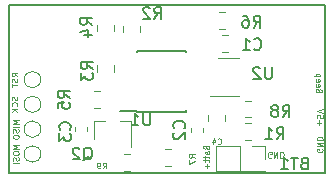
<source format=gbr>
G04 #@! TF.GenerationSoftware,KiCad,Pcbnew,5.1.0*
G04 #@! TF.CreationDate,2019-05-19T21:56:43+02:00*
G04 #@! TF.ProjectId,beeper,62656570-6572-42e6-9b69-6361645f7063,rev?*
G04 #@! TF.SameCoordinates,Original*
G04 #@! TF.FileFunction,Legend,Bot*
G04 #@! TF.FilePolarity,Positive*
%FSLAX46Y46*%
G04 Gerber Fmt 4.6, Leading zero omitted, Abs format (unit mm)*
G04 Created by KiCad (PCBNEW 5.1.0) date 2019-05-19 21:56:43*
%MOMM*%
%LPD*%
G04 APERTURE LIST*
%ADD10C,0.125000*%
%ADD11C,0.150000*%
%ADD12C,0.120000*%
G04 APERTURE END LIST*
D10*
X137326190Y-104214285D02*
X136826190Y-104214285D01*
X137183333Y-104380952D01*
X136826190Y-104547619D01*
X137326190Y-104547619D01*
X137326190Y-104785714D02*
X136826190Y-104785714D01*
X137302380Y-105000000D02*
X137326190Y-105071428D01*
X137326190Y-105190476D01*
X137302380Y-105238095D01*
X137278571Y-105261904D01*
X137230952Y-105285714D01*
X137183333Y-105285714D01*
X137135714Y-105261904D01*
X137111904Y-105238095D01*
X137088095Y-105190476D01*
X137064285Y-105095238D01*
X137040476Y-105047619D01*
X137016666Y-105023809D01*
X136969047Y-105000000D01*
X136921428Y-105000000D01*
X136873809Y-105023809D01*
X136850000Y-105047619D01*
X136826190Y-105095238D01*
X136826190Y-105214285D01*
X136850000Y-105285714D01*
X136826190Y-105595238D02*
X136826190Y-105690476D01*
X136850000Y-105738095D01*
X136897619Y-105785714D01*
X136992857Y-105809523D01*
X137159523Y-105809523D01*
X137254761Y-105785714D01*
X137302380Y-105738095D01*
X137326190Y-105690476D01*
X137326190Y-105595238D01*
X137302380Y-105547619D01*
X137254761Y-105500000D01*
X137159523Y-105476190D01*
X136992857Y-105476190D01*
X136897619Y-105500000D01*
X136850000Y-105547619D01*
X136826190Y-105595238D01*
X137326190Y-106314285D02*
X136826190Y-106314285D01*
X137183333Y-106480952D01*
X136826190Y-106647619D01*
X137326190Y-106647619D01*
X136826190Y-106980952D02*
X136826190Y-107076190D01*
X136850000Y-107123809D01*
X136897619Y-107171428D01*
X136992857Y-107195238D01*
X137159523Y-107195238D01*
X137254761Y-107171428D01*
X137302380Y-107123809D01*
X137326190Y-107076190D01*
X137326190Y-106980952D01*
X137302380Y-106933333D01*
X137254761Y-106885714D01*
X137159523Y-106861904D01*
X136992857Y-106861904D01*
X136897619Y-106885714D01*
X136850000Y-106933333D01*
X136826190Y-106980952D01*
X137302380Y-107385714D02*
X137326190Y-107457142D01*
X137326190Y-107576190D01*
X137302380Y-107623809D01*
X137278571Y-107647619D01*
X137230952Y-107671428D01*
X137183333Y-107671428D01*
X137135714Y-107647619D01*
X137111904Y-107623809D01*
X137088095Y-107576190D01*
X137064285Y-107480952D01*
X137040476Y-107433333D01*
X137016666Y-107409523D01*
X136969047Y-107385714D01*
X136921428Y-107385714D01*
X136873809Y-107409523D01*
X136850000Y-107433333D01*
X136826190Y-107480952D01*
X136826190Y-107600000D01*
X136850000Y-107671428D01*
X137326190Y-107885714D02*
X136826190Y-107885714D01*
X137202380Y-102257142D02*
X137226190Y-102328571D01*
X137226190Y-102447619D01*
X137202380Y-102495238D01*
X137178571Y-102519047D01*
X137130952Y-102542857D01*
X137083333Y-102542857D01*
X137035714Y-102519047D01*
X137011904Y-102495238D01*
X136988095Y-102447619D01*
X136964285Y-102352380D01*
X136940476Y-102304761D01*
X136916666Y-102280952D01*
X136869047Y-102257142D01*
X136821428Y-102257142D01*
X136773809Y-102280952D01*
X136750000Y-102304761D01*
X136726190Y-102352380D01*
X136726190Y-102471428D01*
X136750000Y-102542857D01*
X137178571Y-103042857D02*
X137202380Y-103019047D01*
X137226190Y-102947619D01*
X137226190Y-102900000D01*
X137202380Y-102828571D01*
X137154761Y-102780952D01*
X137107142Y-102757142D01*
X137011904Y-102733333D01*
X136940476Y-102733333D01*
X136845238Y-102757142D01*
X136797619Y-102780952D01*
X136750000Y-102828571D01*
X136726190Y-102900000D01*
X136726190Y-102947619D01*
X136750000Y-103019047D01*
X136773809Y-103042857D01*
X137226190Y-103257142D02*
X136726190Y-103257142D01*
X137226190Y-103542857D02*
X136940476Y-103328571D01*
X136726190Y-103542857D02*
X137011904Y-103257142D01*
X137226190Y-100526190D02*
X136988095Y-100359523D01*
X137226190Y-100240476D02*
X136726190Y-100240476D01*
X136726190Y-100430952D01*
X136750000Y-100478571D01*
X136773809Y-100502380D01*
X136821428Y-100526190D01*
X136892857Y-100526190D01*
X136940476Y-100502380D01*
X136964285Y-100478571D01*
X136988095Y-100430952D01*
X136988095Y-100240476D01*
X137202380Y-100716666D02*
X137226190Y-100788095D01*
X137226190Y-100907142D01*
X137202380Y-100954761D01*
X137178571Y-100978571D01*
X137130952Y-101002380D01*
X137083333Y-101002380D01*
X137035714Y-100978571D01*
X137011904Y-100954761D01*
X136988095Y-100907142D01*
X136964285Y-100811904D01*
X136940476Y-100764285D01*
X136916666Y-100740476D01*
X136869047Y-100716666D01*
X136821428Y-100716666D01*
X136773809Y-100740476D01*
X136750000Y-100764285D01*
X136726190Y-100811904D01*
X136726190Y-100930952D01*
X136750000Y-101002380D01*
X136726190Y-101145238D02*
X136726190Y-101430952D01*
X137226190Y-101288095D02*
X136726190Y-101288095D01*
X158719047Y-107400000D02*
X158671428Y-107423809D01*
X158600000Y-107423809D01*
X158528571Y-107400000D01*
X158480952Y-107352380D01*
X158457142Y-107304761D01*
X158433333Y-107209523D01*
X158433333Y-107138095D01*
X158457142Y-107042857D01*
X158480952Y-106995238D01*
X158528571Y-106947619D01*
X158600000Y-106923809D01*
X158647619Y-106923809D01*
X158719047Y-106947619D01*
X158742857Y-106971428D01*
X158742857Y-107138095D01*
X158647619Y-107138095D01*
X158957142Y-106923809D02*
X158957142Y-107423809D01*
X159242857Y-106923809D01*
X159242857Y-107423809D01*
X159480952Y-106923809D02*
X159480952Y-107423809D01*
X159600000Y-107423809D01*
X159671428Y-107400000D01*
X159719047Y-107352380D01*
X159742857Y-107304761D01*
X159766666Y-107209523D01*
X159766666Y-107138095D01*
X159742857Y-107042857D01*
X159719047Y-106995238D01*
X159671428Y-106947619D01*
X159600000Y-106923809D01*
X159480952Y-106923809D01*
X153214285Y-106564285D02*
X153238095Y-106635714D01*
X153261904Y-106659523D01*
X153309523Y-106683333D01*
X153380952Y-106683333D01*
X153428571Y-106659523D01*
X153452380Y-106635714D01*
X153476190Y-106588095D01*
X153476190Y-106397619D01*
X152976190Y-106397619D01*
X152976190Y-106564285D01*
X153000000Y-106611904D01*
X153023809Y-106635714D01*
X153071428Y-106659523D01*
X153119047Y-106659523D01*
X153166666Y-106635714D01*
X153190476Y-106611904D01*
X153214285Y-106564285D01*
X153214285Y-106397619D01*
X153476190Y-107111904D02*
X153214285Y-107111904D01*
X153166666Y-107088095D01*
X153142857Y-107040476D01*
X153142857Y-106945238D01*
X153166666Y-106897619D01*
X153452380Y-107111904D02*
X153476190Y-107064285D01*
X153476190Y-106945238D01*
X153452380Y-106897619D01*
X153404761Y-106873809D01*
X153357142Y-106873809D01*
X153309523Y-106897619D01*
X153285714Y-106945238D01*
X153285714Y-107064285D01*
X153261904Y-107111904D01*
X153142857Y-107278571D02*
X153142857Y-107469047D01*
X152976190Y-107350000D02*
X153404761Y-107350000D01*
X153452380Y-107373809D01*
X153476190Y-107421428D01*
X153476190Y-107469047D01*
X153142857Y-107564285D02*
X153142857Y-107754761D01*
X152976190Y-107635714D02*
X153404761Y-107635714D01*
X153452380Y-107659523D01*
X153476190Y-107707142D01*
X153476190Y-107754761D01*
X153285714Y-107921428D02*
X153285714Y-108302380D01*
X153476190Y-108111904D02*
X153095238Y-108111904D01*
X162764285Y-104642857D02*
X162764285Y-104261904D01*
X162573809Y-104452380D02*
X162954761Y-104452380D01*
X163073809Y-103785714D02*
X163073809Y-104023809D01*
X162835714Y-104047619D01*
X162859523Y-104023809D01*
X162883333Y-103976190D01*
X162883333Y-103857142D01*
X162859523Y-103809523D01*
X162835714Y-103785714D01*
X162788095Y-103761904D01*
X162669047Y-103761904D01*
X162621428Y-103785714D01*
X162597619Y-103809523D01*
X162573809Y-103857142D01*
X162573809Y-103976190D01*
X162597619Y-104023809D01*
X162621428Y-104047619D01*
X163073809Y-103619047D02*
X162573809Y-103452380D01*
X163073809Y-103285714D01*
X162735714Y-101719047D02*
X162711904Y-101647619D01*
X162688095Y-101623809D01*
X162640476Y-101600000D01*
X162569047Y-101600000D01*
X162521428Y-101623809D01*
X162497619Y-101647619D01*
X162473809Y-101695238D01*
X162473809Y-101885714D01*
X162973809Y-101885714D01*
X162973809Y-101719047D01*
X162950000Y-101671428D01*
X162926190Y-101647619D01*
X162878571Y-101623809D01*
X162830952Y-101623809D01*
X162783333Y-101647619D01*
X162759523Y-101671428D01*
X162735714Y-101719047D01*
X162735714Y-101885714D01*
X162497619Y-101195238D02*
X162473809Y-101242857D01*
X162473809Y-101338095D01*
X162497619Y-101385714D01*
X162545238Y-101409523D01*
X162735714Y-101409523D01*
X162783333Y-101385714D01*
X162807142Y-101338095D01*
X162807142Y-101242857D01*
X162783333Y-101195238D01*
X162735714Y-101171428D01*
X162688095Y-101171428D01*
X162640476Y-101409523D01*
X162497619Y-100766666D02*
X162473809Y-100814285D01*
X162473809Y-100909523D01*
X162497619Y-100957142D01*
X162545238Y-100980952D01*
X162735714Y-100980952D01*
X162783333Y-100957142D01*
X162807142Y-100909523D01*
X162807142Y-100814285D01*
X162783333Y-100766666D01*
X162735714Y-100742857D01*
X162688095Y-100742857D01*
X162640476Y-100980952D01*
X162807142Y-100528571D02*
X162307142Y-100528571D01*
X162783333Y-100528571D02*
X162807142Y-100480952D01*
X162807142Y-100385714D01*
X162783333Y-100338095D01*
X162759523Y-100314285D01*
X162711904Y-100290476D01*
X162569047Y-100290476D01*
X162521428Y-100314285D01*
X162497619Y-100338095D01*
X162473809Y-100385714D01*
X162473809Y-100480952D01*
X162497619Y-100528571D01*
X163050000Y-106680952D02*
X163073809Y-106728571D01*
X163073809Y-106800000D01*
X163050000Y-106871428D01*
X163002380Y-106919047D01*
X162954761Y-106942857D01*
X162859523Y-106966666D01*
X162788095Y-106966666D01*
X162692857Y-106942857D01*
X162645238Y-106919047D01*
X162597619Y-106871428D01*
X162573809Y-106800000D01*
X162573809Y-106752380D01*
X162597619Y-106680952D01*
X162621428Y-106657142D01*
X162788095Y-106657142D01*
X162788095Y-106752380D01*
X162573809Y-106442857D02*
X163073809Y-106442857D01*
X162573809Y-106157142D01*
X163073809Y-106157142D01*
X162573809Y-105919047D02*
X163073809Y-105919047D01*
X163073809Y-105800000D01*
X163050000Y-105728571D01*
X163002380Y-105680952D01*
X162954761Y-105657142D01*
X162859523Y-105633333D01*
X162788095Y-105633333D01*
X162692857Y-105657142D01*
X162645238Y-105680952D01*
X162597619Y-105728571D01*
X162573809Y-105800000D01*
X162573809Y-105919047D01*
D11*
X136500000Y-108700000D02*
X136500000Y-94500000D01*
X163300000Y-108700000D02*
X136500000Y-108700000D01*
X163250000Y-94500000D02*
X163300000Y-108700000D01*
X136500000Y-94500000D02*
X163250000Y-94500000D01*
D12*
X154200000Y-98940000D02*
X156000000Y-98940000D01*
X156000000Y-102160000D02*
X153550000Y-102160000D01*
X143110000Y-105125279D02*
X143110000Y-104799721D01*
X142090000Y-105125279D02*
X142090000Y-104799721D01*
X155096078Y-98460000D02*
X154578922Y-98460000D01*
X155096078Y-97040000D02*
X154578922Y-97040000D01*
X152910000Y-104924721D02*
X152910000Y-105250279D01*
X151890000Y-104924721D02*
X151890000Y-105250279D01*
X153390000Y-103778922D02*
X153390000Y-104296078D01*
X154810000Y-103778922D02*
X154810000Y-104296078D01*
X143720000Y-104340000D02*
X144650000Y-104340000D01*
X146880000Y-104340000D02*
X145950000Y-104340000D01*
X146880000Y-104340000D02*
X146880000Y-106500000D01*
X143720000Y-104340000D02*
X143720000Y-105800000D01*
X157021078Y-104490000D02*
X156503922Y-104490000D01*
X157021078Y-105910000D02*
X156503922Y-105910000D01*
X147610000Y-96228922D02*
X147610000Y-96746078D01*
X146190000Y-96228922D02*
X146190000Y-96746078D01*
X145410000Y-100121078D02*
X145410000Y-99603922D01*
X143990000Y-100121078D02*
X143990000Y-99603922D01*
X145410000Y-96696078D02*
X145410000Y-96178922D01*
X143990000Y-96696078D02*
X143990000Y-96178922D01*
X143703922Y-101790000D02*
X144221078Y-101790000D01*
X143703922Y-103210000D02*
X144221078Y-103210000D01*
X154278922Y-95090000D02*
X154796078Y-95090000D01*
X154278922Y-96510000D02*
X154796078Y-96510000D01*
X150196078Y-106690000D02*
X149678922Y-106690000D01*
X150196078Y-108110000D02*
X149678922Y-108110000D01*
X157021078Y-104010000D02*
X156503922Y-104010000D01*
X157021078Y-102590000D02*
X156503922Y-102590000D01*
X146771078Y-107090000D02*
X146253922Y-107090000D01*
X146771078Y-108510000D02*
X146253922Y-108510000D01*
D11*
X147325000Y-103510000D02*
X147325000Y-103460000D01*
X151475000Y-103510000D02*
X151475000Y-103365000D01*
X151475000Y-98360000D02*
X151475000Y-98505000D01*
X147325000Y-98360000D02*
X147325000Y-98505000D01*
X147325000Y-103510000D02*
X151475000Y-103510000D01*
X147325000Y-98360000D02*
X151475000Y-98360000D01*
X147325000Y-103460000D02*
X145925000Y-103460000D01*
D12*
X139200000Y-102900000D02*
G75*
G03X139200000Y-102900000I-700000J0D01*
G01*
X139200000Y-105000000D02*
G75*
G03X139200000Y-105000000I-700000J0D01*
G01*
X139200000Y-100800000D02*
G75*
G03X139200000Y-100800000I-700000J0D01*
G01*
X139200000Y-107100000D02*
G75*
G03X139200000Y-107100000I-700000J0D01*
G01*
X158160000Y-108560000D02*
X154040000Y-108560000D01*
X158160000Y-108500000D02*
X158160000Y-108560000D01*
X154040000Y-106440000D02*
X154040000Y-108560000D01*
X158160000Y-108500000D02*
X156100000Y-108500000D01*
X156100000Y-108500000D02*
X156100000Y-106440000D01*
X156100000Y-106440000D02*
X154040000Y-106440000D01*
X158160000Y-107500000D02*
X158160000Y-106440000D01*
X158160000Y-106440000D02*
X157100000Y-106440000D01*
D11*
X158761904Y-99752380D02*
X158761904Y-100561904D01*
X158714285Y-100657142D01*
X158666666Y-100704761D01*
X158571428Y-100752380D01*
X158380952Y-100752380D01*
X158285714Y-100704761D01*
X158238095Y-100657142D01*
X158190476Y-100561904D01*
X158190476Y-99752380D01*
X157761904Y-99847619D02*
X157714285Y-99800000D01*
X157619047Y-99752380D01*
X157380952Y-99752380D01*
X157285714Y-99800000D01*
X157238095Y-99847619D01*
X157190476Y-99942857D01*
X157190476Y-100038095D01*
X157238095Y-100180952D01*
X157809523Y-100752380D01*
X157190476Y-100752380D01*
X141657142Y-105033333D02*
X141704761Y-104985714D01*
X141752380Y-104842857D01*
X141752380Y-104747619D01*
X141704761Y-104604761D01*
X141609523Y-104509523D01*
X141514285Y-104461904D01*
X141323809Y-104414285D01*
X141180952Y-104414285D01*
X140990476Y-104461904D01*
X140895238Y-104509523D01*
X140800000Y-104604761D01*
X140752380Y-104747619D01*
X140752380Y-104842857D01*
X140800000Y-104985714D01*
X140847619Y-105033333D01*
X140752380Y-105366666D02*
X140752380Y-105985714D01*
X141133333Y-105652380D01*
X141133333Y-105795238D01*
X141180952Y-105890476D01*
X141228571Y-105938095D01*
X141323809Y-105985714D01*
X141561904Y-105985714D01*
X141657142Y-105938095D01*
X141704761Y-105890476D01*
X141752380Y-105795238D01*
X141752380Y-105509523D01*
X141704761Y-105414285D01*
X141657142Y-105366666D01*
X157266666Y-98207142D02*
X157314285Y-98254761D01*
X157457142Y-98302380D01*
X157552380Y-98302380D01*
X157695238Y-98254761D01*
X157790476Y-98159523D01*
X157838095Y-98064285D01*
X157885714Y-97873809D01*
X157885714Y-97730952D01*
X157838095Y-97540476D01*
X157790476Y-97445238D01*
X157695238Y-97350000D01*
X157552380Y-97302380D01*
X157457142Y-97302380D01*
X157314285Y-97350000D01*
X157266666Y-97397619D01*
X156314285Y-98302380D02*
X156885714Y-98302380D01*
X156600000Y-98302380D02*
X156600000Y-97302380D01*
X156695238Y-97445238D01*
X156790476Y-97540476D01*
X156885714Y-97588095D01*
X151327142Y-104920833D02*
X151374761Y-104873214D01*
X151422380Y-104730357D01*
X151422380Y-104635119D01*
X151374761Y-104492261D01*
X151279523Y-104397023D01*
X151184285Y-104349404D01*
X150993809Y-104301785D01*
X150850952Y-104301785D01*
X150660476Y-104349404D01*
X150565238Y-104397023D01*
X150470000Y-104492261D01*
X150422380Y-104635119D01*
X150422380Y-104730357D01*
X150470000Y-104873214D01*
X150517619Y-104920833D01*
X150517619Y-105301785D02*
X150470000Y-105349404D01*
X150422380Y-105444642D01*
X150422380Y-105682738D01*
X150470000Y-105777976D01*
X150517619Y-105825595D01*
X150612857Y-105873214D01*
X150708095Y-105873214D01*
X150850952Y-105825595D01*
X151422380Y-105254166D01*
X151422380Y-105873214D01*
D10*
X154183333Y-106228571D02*
X154207142Y-106252380D01*
X154278571Y-106276190D01*
X154326190Y-106276190D01*
X154397619Y-106252380D01*
X154445238Y-106204761D01*
X154469047Y-106157142D01*
X154492857Y-106061904D01*
X154492857Y-105990476D01*
X154469047Y-105895238D01*
X154445238Y-105847619D01*
X154397619Y-105800000D01*
X154326190Y-105776190D01*
X154278571Y-105776190D01*
X154207142Y-105800000D01*
X154183333Y-105823809D01*
X153754761Y-105942857D02*
X153754761Y-106276190D01*
X153873809Y-105752380D02*
X153992857Y-106109523D01*
X153683333Y-106109523D01*
D11*
X142795238Y-107647619D02*
X142890476Y-107600000D01*
X142985714Y-107504761D01*
X143128571Y-107361904D01*
X143223809Y-107314285D01*
X143319047Y-107314285D01*
X143271428Y-107552380D02*
X143366666Y-107504761D01*
X143461904Y-107409523D01*
X143509523Y-107219047D01*
X143509523Y-106885714D01*
X143461904Y-106695238D01*
X143366666Y-106600000D01*
X143271428Y-106552380D01*
X143080952Y-106552380D01*
X142985714Y-106600000D01*
X142890476Y-106695238D01*
X142842857Y-106885714D01*
X142842857Y-107219047D01*
X142890476Y-107409523D01*
X142985714Y-107504761D01*
X143080952Y-107552380D01*
X143271428Y-107552380D01*
X142461904Y-106647619D02*
X142414285Y-106600000D01*
X142319047Y-106552380D01*
X142080952Y-106552380D01*
X141985714Y-106600000D01*
X141938095Y-106647619D01*
X141890476Y-106742857D01*
X141890476Y-106838095D01*
X141938095Y-106980952D01*
X142509523Y-107552380D01*
X141890476Y-107552380D01*
X159166666Y-105852380D02*
X159500000Y-105376190D01*
X159738095Y-105852380D02*
X159738095Y-104852380D01*
X159357142Y-104852380D01*
X159261904Y-104900000D01*
X159214285Y-104947619D01*
X159166666Y-105042857D01*
X159166666Y-105185714D01*
X159214285Y-105280952D01*
X159261904Y-105328571D01*
X159357142Y-105376190D01*
X159738095Y-105376190D01*
X158214285Y-105852380D02*
X158785714Y-105852380D01*
X158500000Y-105852380D02*
X158500000Y-104852380D01*
X158595238Y-104995238D01*
X158690476Y-105090476D01*
X158785714Y-105138095D01*
X148816666Y-95652380D02*
X149150000Y-95176190D01*
X149388095Y-95652380D02*
X149388095Y-94652380D01*
X149007142Y-94652380D01*
X148911904Y-94700000D01*
X148864285Y-94747619D01*
X148816666Y-94842857D01*
X148816666Y-94985714D01*
X148864285Y-95080952D01*
X148911904Y-95128571D01*
X149007142Y-95176190D01*
X149388095Y-95176190D01*
X148435714Y-94747619D02*
X148388095Y-94700000D01*
X148292857Y-94652380D01*
X148054761Y-94652380D01*
X147959523Y-94700000D01*
X147911904Y-94747619D01*
X147864285Y-94842857D01*
X147864285Y-94938095D01*
X147911904Y-95080952D01*
X148483333Y-95652380D01*
X147864285Y-95652380D01*
X143602380Y-99883333D02*
X143126190Y-99550000D01*
X143602380Y-99311904D02*
X142602380Y-99311904D01*
X142602380Y-99692857D01*
X142650000Y-99788095D01*
X142697619Y-99835714D01*
X142792857Y-99883333D01*
X142935714Y-99883333D01*
X143030952Y-99835714D01*
X143078571Y-99788095D01*
X143126190Y-99692857D01*
X143126190Y-99311904D01*
X142602380Y-100216666D02*
X142602380Y-100835714D01*
X142983333Y-100502380D01*
X142983333Y-100645238D01*
X143030952Y-100740476D01*
X143078571Y-100788095D01*
X143173809Y-100835714D01*
X143411904Y-100835714D01*
X143507142Y-100788095D01*
X143554761Y-100740476D01*
X143602380Y-100645238D01*
X143602380Y-100359523D01*
X143554761Y-100264285D01*
X143507142Y-100216666D01*
X143552380Y-96183333D02*
X143076190Y-95850000D01*
X143552380Y-95611904D02*
X142552380Y-95611904D01*
X142552380Y-95992857D01*
X142600000Y-96088095D01*
X142647619Y-96135714D01*
X142742857Y-96183333D01*
X142885714Y-96183333D01*
X142980952Y-96135714D01*
X143028571Y-96088095D01*
X143076190Y-95992857D01*
X143076190Y-95611904D01*
X142885714Y-97040476D02*
X143552380Y-97040476D01*
X142504761Y-96802380D02*
X143219047Y-96564285D01*
X143219047Y-97183333D01*
X141652380Y-102333333D02*
X141176190Y-102000000D01*
X141652380Y-101761904D02*
X140652380Y-101761904D01*
X140652380Y-102142857D01*
X140700000Y-102238095D01*
X140747619Y-102285714D01*
X140842857Y-102333333D01*
X140985714Y-102333333D01*
X141080952Y-102285714D01*
X141128571Y-102238095D01*
X141176190Y-102142857D01*
X141176190Y-101761904D01*
X140652380Y-103238095D02*
X140652380Y-102761904D01*
X141128571Y-102714285D01*
X141080952Y-102761904D01*
X141033333Y-102857142D01*
X141033333Y-103095238D01*
X141080952Y-103190476D01*
X141128571Y-103238095D01*
X141223809Y-103285714D01*
X141461904Y-103285714D01*
X141557142Y-103238095D01*
X141604761Y-103190476D01*
X141652380Y-103095238D01*
X141652380Y-102857142D01*
X141604761Y-102761904D01*
X141557142Y-102714285D01*
X157216666Y-96402380D02*
X157550000Y-95926190D01*
X157788095Y-96402380D02*
X157788095Y-95402380D01*
X157407142Y-95402380D01*
X157311904Y-95450000D01*
X157264285Y-95497619D01*
X157216666Y-95592857D01*
X157216666Y-95735714D01*
X157264285Y-95830952D01*
X157311904Y-95878571D01*
X157407142Y-95926190D01*
X157788095Y-95926190D01*
X156359523Y-95402380D02*
X156550000Y-95402380D01*
X156645238Y-95450000D01*
X156692857Y-95497619D01*
X156788095Y-95640476D01*
X156835714Y-95830952D01*
X156835714Y-96211904D01*
X156788095Y-96307142D01*
X156740476Y-96354761D01*
X156645238Y-96402380D01*
X156454761Y-96402380D01*
X156359523Y-96354761D01*
X156311904Y-96307142D01*
X156264285Y-96211904D01*
X156264285Y-95973809D01*
X156311904Y-95878571D01*
X156359523Y-95830952D01*
X156454761Y-95783333D01*
X156645238Y-95783333D01*
X156740476Y-95830952D01*
X156788095Y-95878571D01*
X156835714Y-95973809D01*
D10*
X152226190Y-107416666D02*
X151988095Y-107250000D01*
X152226190Y-107130952D02*
X151726190Y-107130952D01*
X151726190Y-107321428D01*
X151750000Y-107369047D01*
X151773809Y-107392857D01*
X151821428Y-107416666D01*
X151892857Y-107416666D01*
X151940476Y-107392857D01*
X151964285Y-107369047D01*
X151988095Y-107321428D01*
X151988095Y-107130952D01*
X151726190Y-107583333D02*
X151726190Y-107916666D01*
X152226190Y-107702380D01*
D11*
X159679166Y-103952380D02*
X160012500Y-103476190D01*
X160250595Y-103952380D02*
X160250595Y-102952380D01*
X159869642Y-102952380D01*
X159774404Y-103000000D01*
X159726785Y-103047619D01*
X159679166Y-103142857D01*
X159679166Y-103285714D01*
X159726785Y-103380952D01*
X159774404Y-103428571D01*
X159869642Y-103476190D01*
X160250595Y-103476190D01*
X159107738Y-103380952D02*
X159202976Y-103333333D01*
X159250595Y-103285714D01*
X159298214Y-103190476D01*
X159298214Y-103142857D01*
X159250595Y-103047619D01*
X159202976Y-103000000D01*
X159107738Y-102952380D01*
X158917261Y-102952380D01*
X158822023Y-103000000D01*
X158774404Y-103047619D01*
X158726785Y-103142857D01*
X158726785Y-103190476D01*
X158774404Y-103285714D01*
X158822023Y-103333333D01*
X158917261Y-103380952D01*
X159107738Y-103380952D01*
X159202976Y-103428571D01*
X159250595Y-103476190D01*
X159298214Y-103571428D01*
X159298214Y-103761904D01*
X159250595Y-103857142D01*
X159202976Y-103904761D01*
X159107738Y-103952380D01*
X158917261Y-103952380D01*
X158822023Y-103904761D01*
X158774404Y-103857142D01*
X158726785Y-103761904D01*
X158726785Y-103571428D01*
X158774404Y-103476190D01*
X158822023Y-103428571D01*
X158917261Y-103380952D01*
D10*
X144433333Y-108326190D02*
X144600000Y-108088095D01*
X144719047Y-108326190D02*
X144719047Y-107826190D01*
X144528571Y-107826190D01*
X144480952Y-107850000D01*
X144457142Y-107873809D01*
X144433333Y-107921428D01*
X144433333Y-107992857D01*
X144457142Y-108040476D01*
X144480952Y-108064285D01*
X144528571Y-108088095D01*
X144719047Y-108088095D01*
X144195238Y-108326190D02*
X144100000Y-108326190D01*
X144052380Y-108302380D01*
X144028571Y-108278571D01*
X143980952Y-108207142D01*
X143957142Y-108111904D01*
X143957142Y-107921428D01*
X143980952Y-107873809D01*
X144004761Y-107850000D01*
X144052380Y-107826190D01*
X144147619Y-107826190D01*
X144195238Y-107850000D01*
X144219047Y-107873809D01*
X144242857Y-107921428D01*
X144242857Y-108040476D01*
X144219047Y-108088095D01*
X144195238Y-108111904D01*
X144147619Y-108135714D01*
X144052380Y-108135714D01*
X144004761Y-108111904D01*
X143980952Y-108088095D01*
X143957142Y-108040476D01*
D11*
X148461904Y-103652380D02*
X148461904Y-104461904D01*
X148414285Y-104557142D01*
X148366666Y-104604761D01*
X148271428Y-104652380D01*
X148080952Y-104652380D01*
X147985714Y-104604761D01*
X147938095Y-104557142D01*
X147890476Y-104461904D01*
X147890476Y-103652380D01*
X146890476Y-104652380D02*
X147461904Y-104652380D01*
X147176190Y-104652380D02*
X147176190Y-103652380D01*
X147271428Y-103795238D01*
X147366666Y-103890476D01*
X147461904Y-103938095D01*
X161485714Y-107878571D02*
X161342857Y-107926190D01*
X161295238Y-107973809D01*
X161247619Y-108069047D01*
X161247619Y-108211904D01*
X161295238Y-108307142D01*
X161342857Y-108354761D01*
X161438095Y-108402380D01*
X161819047Y-108402380D01*
X161819047Y-107402380D01*
X161485714Y-107402380D01*
X161390476Y-107450000D01*
X161342857Y-107497619D01*
X161295238Y-107592857D01*
X161295238Y-107688095D01*
X161342857Y-107783333D01*
X161390476Y-107830952D01*
X161485714Y-107878571D01*
X161819047Y-107878571D01*
X160961904Y-107402380D02*
X160390476Y-107402380D01*
X160676190Y-108402380D02*
X160676190Y-107402380D01*
X159533333Y-108402380D02*
X160104761Y-108402380D01*
X159819047Y-108402380D02*
X159819047Y-107402380D01*
X159914285Y-107545238D01*
X160009523Y-107640476D01*
X160104761Y-107688095D01*
M02*

</source>
